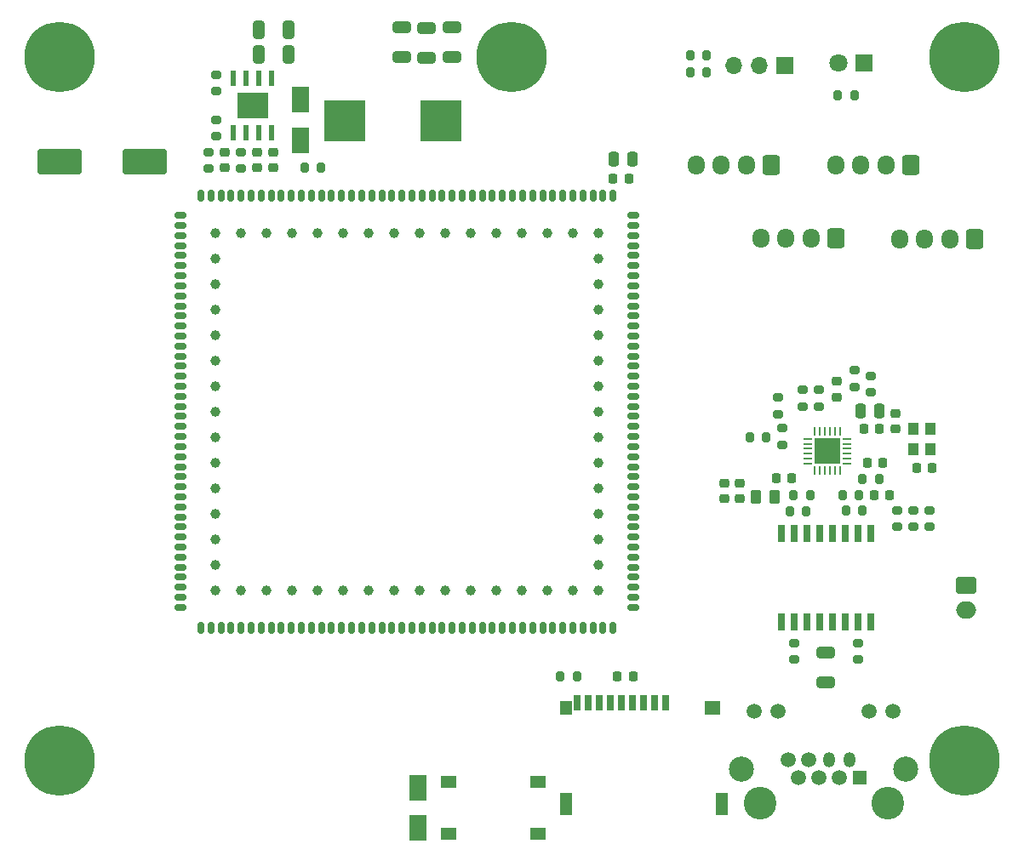
<source format=gts>
%TF.GenerationSoftware,KiCad,Pcbnew,6.0.11-2627ca5db0~126~ubuntu20.04.1*%
%TF.CreationDate,2023-03-16T14:20:54+06:00*%
%TF.ProjectId,Router_MCU,526f7574-6572-45f4-9d43-552e6b696361,rev?*%
%TF.SameCoordinates,PX6ef5c30PY494a350*%
%TF.FileFunction,Soldermask,Top*%
%TF.FilePolarity,Negative*%
%FSLAX46Y46*%
G04 Gerber Fmt 4.6, Leading zero omitted, Abs format (unit mm)*
G04 Created by KiCad (PCBNEW 6.0.11-2627ca5db0~126~ubuntu20.04.1) date 2023-03-16 14:20:54*
%MOMM*%
%LPD*%
G01*
G04 APERTURE LIST*
G04 Aperture macros list*
%AMRoundRect*
0 Rectangle with rounded corners*
0 $1 Rounding radius*
0 $2 $3 $4 $5 $6 $7 $8 $9 X,Y pos of 4 corners*
0 Add a 4 corners polygon primitive as box body*
4,1,4,$2,$3,$4,$5,$6,$7,$8,$9,$2,$3,0*
0 Add four circle primitives for the rounded corners*
1,1,$1+$1,$2,$3*
1,1,$1+$1,$4,$5*
1,1,$1+$1,$6,$7*
1,1,$1+$1,$8,$9*
0 Add four rect primitives between the rounded corners*
20,1,$1+$1,$2,$3,$4,$5,0*
20,1,$1+$1,$4,$5,$6,$7,0*
20,1,$1+$1,$6,$7,$8,$9,0*
20,1,$1+$1,$8,$9,$2,$3,0*%
G04 Aperture macros list end*
%ADD10RoundRect,0.200000X-0.275000X0.200000X-0.275000X-0.200000X0.275000X-0.200000X0.275000X0.200000X0*%
%ADD11RoundRect,0.225000X0.250000X-0.225000X0.250000X0.225000X-0.250000X0.225000X-0.250000X-0.225000X0*%
%ADD12RoundRect,0.200000X0.200000X0.275000X-0.200000X0.275000X-0.200000X-0.275000X0.200000X-0.275000X0*%
%ADD13RoundRect,0.200000X0.275000X-0.200000X0.275000X0.200000X-0.275000X0.200000X-0.275000X-0.200000X0*%
%ADD14RoundRect,0.200000X-0.200000X-0.275000X0.200000X-0.275000X0.200000X0.275000X-0.200000X0.275000X0*%
%ADD15RoundRect,0.250000X0.600000X0.725000X-0.600000X0.725000X-0.600000X-0.725000X0.600000X-0.725000X0*%
%ADD16O,1.700000X1.950000*%
%ADD17RoundRect,0.250000X0.650000X-0.325000X0.650000X0.325000X-0.650000X0.325000X-0.650000X-0.325000X0*%
%ADD18C,7.000000*%
%ADD19R,4.100000X4.100000*%
%ADD20RoundRect,0.225000X-0.225000X-0.250000X0.225000X-0.250000X0.225000X0.250000X-0.225000X0.250000X0*%
%ADD21RoundRect,0.250000X-0.250000X-0.475000X0.250000X-0.475000X0.250000X0.475000X-0.250000X0.475000X0*%
%ADD22RoundRect,0.250000X-0.325000X-0.650000X0.325000X-0.650000X0.325000X0.650000X-0.325000X0.650000X0*%
%ADD23R,0.600000X1.550000*%
%ADD24R,3.100000X2.600000*%
%ADD25RoundRect,0.062500X0.350000X0.062500X-0.350000X0.062500X-0.350000X-0.062500X0.350000X-0.062500X0*%
%ADD26RoundRect,0.062500X0.062500X0.350000X-0.062500X0.350000X-0.062500X-0.350000X0.062500X-0.350000X0*%
%ADD27R,2.600000X2.600000*%
%ADD28R,1.800000X2.500000*%
%ADD29RoundRect,0.250000X-0.750000X0.600000X-0.750000X-0.600000X0.750000X-0.600000X0.750000X0.600000X0*%
%ADD30O,2.000000X1.700000*%
%ADD31R,1.800000X1.800000*%
%ADD32C,1.800000*%
%ADD33RoundRect,0.225000X0.225000X0.250000X-0.225000X0.250000X-0.225000X-0.250000X0.225000X-0.250000X0*%
%ADD34R,1.100000X1.300000*%
%ADD35RoundRect,0.250000X-0.262500X-0.450000X0.262500X-0.450000X0.262500X0.450000X-0.262500X0.450000X0*%
%ADD36RoundRect,0.250000X1.950000X1.000000X-1.950000X1.000000X-1.950000X-1.000000X1.950000X-1.000000X0*%
%ADD37R,1.500000X1.300000*%
%ADD38R,1.700000X1.700000*%
%ADD39O,1.700000X1.700000*%
%ADD40C,3.250000*%
%ADD41R,1.400000X1.400000*%
%ADD42O,1.200000X1.500000*%
%ADD43C,1.500000*%
%ADD44C,2.500000*%
%ADD45R,0.760000X1.700000*%
%ADD46RoundRect,0.225000X-0.250000X0.225000X-0.250000X-0.225000X0.250000X-0.225000X0.250000X0.225000X0*%
%ADD47C,0.001000*%
%ADD48R,0.700000X1.600000*%
%ADD49R,1.200000X1.400000*%
%ADD50R,1.200000X2.200000*%
%ADD51R,1.600000X1.400000*%
%ADD52RoundRect,0.150000X-0.150000X0.450000X-0.150000X-0.450000X0.150000X-0.450000X0.150000X0.450000X0*%
%ADD53RoundRect,0.150000X-0.450000X-0.150000X0.450000X-0.150000X0.450000X0.150000X-0.450000X0.150000X0*%
%ADD54RoundRect,0.150000X0.450000X0.150000X-0.450000X0.150000X-0.450000X-0.150000X0.450000X-0.150000X0*%
%ADD55C,1.000000*%
G04 APERTURE END LIST*
D10*
%TO.C,R26*%
X83350000Y-45075000D03*
X83350000Y-46725000D03*
%TD*%
D11*
%TO.C,C20*%
X66100000Y-43937500D03*
X66100000Y-42387500D03*
%TD*%
D12*
%TO.C,R2*%
X79075000Y-3800000D03*
X77425000Y-3800000D03*
%TD*%
D11*
%TO.C,C15*%
X21250000Y-11025000D03*
X21250000Y-9475000D03*
%TD*%
D13*
%TO.C,R11*%
X71500000Y-35525000D03*
X71500000Y-33875000D03*
%TD*%
D10*
%TO.C,R15*%
X18050000Y-9425000D03*
X18050000Y-11075000D03*
%TD*%
D14*
%TO.C,R17*%
X79875000Y-41962500D03*
X81525000Y-41962500D03*
%TD*%
D15*
%TO.C,X1*%
X91050000Y-18075000D03*
D16*
X88550000Y-18075000D03*
X86050000Y-18075000D03*
X83550000Y-18075000D03*
%TD*%
D17*
%TO.C,C19*%
X36500000Y-25000D03*
X36500000Y2925000D03*
%TD*%
D15*
%TO.C,X4*%
X70800000Y-10750000D03*
D16*
X68300000Y-10750000D03*
X65800000Y-10750000D03*
X63300000Y-10750000D03*
%TD*%
D18*
%TO.C,H1*%
X0Y0D03*
%TD*%
D19*
%TO.C,L1*%
X28400000Y-6350000D03*
X37900000Y-6350000D03*
%TD*%
D20*
%TO.C,C6*%
X81025000Y-43562500D03*
X82575000Y-43562500D03*
%TD*%
D14*
%TO.C,R16*%
X73025000Y-43562500D03*
X74675000Y-43562500D03*
%TD*%
D21*
%TO.C,C1*%
X55100000Y-10150000D03*
X57000000Y-10150000D03*
%TD*%
D22*
%TO.C,C7*%
X19825000Y2750000D03*
X22775000Y2750000D03*
%TD*%
D17*
%TO.C,C10*%
X76200000Y-62225000D03*
X76200000Y-59275000D03*
%TD*%
D23*
%TO.C,U2*%
X21105000Y-2100000D03*
X19835000Y-2100000D03*
X18565000Y-2100000D03*
X17295000Y-2100000D03*
X17295000Y-7500000D03*
X18565000Y-7500000D03*
X19835000Y-7500000D03*
X21105000Y-7500000D03*
D24*
X19200000Y-4800000D03*
%TD*%
D25*
%TO.C,U3*%
X78287500Y-40462500D03*
X78287500Y-39962500D03*
X78287500Y-39462500D03*
X78287500Y-38962500D03*
X78287500Y-38462500D03*
X78287500Y-37962500D03*
D26*
X77600000Y-37275000D03*
X77100000Y-37275000D03*
X76600000Y-37275000D03*
X76100000Y-37275000D03*
X75600000Y-37275000D03*
X75100000Y-37275000D03*
D25*
X74412500Y-37962500D03*
X74412500Y-38462500D03*
X74412500Y-38962500D03*
X74412500Y-39462500D03*
X74412500Y-39962500D03*
X74412500Y-40462500D03*
D26*
X75100000Y-41150000D03*
X75600000Y-41150000D03*
X76100000Y-41150000D03*
X76600000Y-41150000D03*
X77100000Y-41150000D03*
X77600000Y-41150000D03*
D27*
X76350000Y-39212500D03*
%TD*%
D28*
%TO.C,D4*%
X24000000Y-8250000D03*
X24000000Y-4250000D03*
%TD*%
D14*
%TO.C,R9*%
X68625000Y-37800000D03*
X70275000Y-37800000D03*
%TD*%
D10*
%TO.C,R6*%
X80700000Y-31725000D03*
X80700000Y-33375000D03*
%TD*%
D29*
%TO.C,X5*%
X90175000Y-52550000D03*
D30*
X90175000Y-55050000D03*
%TD*%
D17*
%TO.C,C18*%
X39050000Y25000D03*
X39050000Y2975000D03*
%TD*%
D12*
%TO.C,R25*%
X51475000Y-61600000D03*
X49825000Y-61600000D03*
%TD*%
D20*
%TO.C,C2*%
X55075000Y-12050000D03*
X56625000Y-12050000D03*
%TD*%
D18*
%TO.C,H2*%
X90000000Y0D03*
%TD*%
D13*
%TO.C,R24*%
X86500000Y-46725000D03*
X86500000Y-45075000D03*
%TD*%
D31*
%TO.C,D3*%
X79975000Y-550000D03*
D32*
X77435000Y-550000D03*
%TD*%
D11*
%TO.C,C9*%
X77300000Y-33825000D03*
X77300000Y-32275000D03*
%TD*%
%TO.C,C12*%
X19650000Y-11025000D03*
X19650000Y-9475000D03*
%TD*%
D10*
%TO.C,R7*%
X75550000Y-33125000D03*
X75550000Y-34775000D03*
%TD*%
D15*
%TO.C,X3*%
X77250000Y-18050000D03*
D16*
X74750000Y-18050000D03*
X72250000Y-18050000D03*
X69750000Y-18050000D03*
%TD*%
D33*
%TO.C,C8*%
X57025000Y-61600000D03*
X55475000Y-61600000D03*
%TD*%
D34*
%TO.C,Y1*%
X84925000Y-36950000D03*
X84925000Y-39050000D03*
X86575000Y-39050000D03*
X86575000Y-36950000D03*
%TD*%
D10*
%TO.C,R10*%
X71850000Y-36925000D03*
X71850000Y-38575000D03*
%TD*%
D18*
%TO.C,H3*%
X0Y-70000000D03*
%TD*%
D17*
%TO.C,C21*%
X34000000Y0D03*
X34000000Y2950000D03*
%TD*%
D12*
%TO.C,R22*%
X79525000Y-43562500D03*
X77875000Y-43562500D03*
%TD*%
D13*
%TO.C,R19*%
X14850000Y-11075000D03*
X14850000Y-9425000D03*
%TD*%
D12*
%TO.C,R4*%
X64375000Y-1500000D03*
X62725000Y-1500000D03*
%TD*%
D10*
%TO.C,R5*%
X79050000Y-31175000D03*
X79050000Y-32825000D03*
%TD*%
D21*
%TO.C,C11*%
X79650000Y-35162500D03*
X81550000Y-35162500D03*
%TD*%
D20*
%TO.C,C17*%
X80325000Y-40400000D03*
X81875000Y-40400000D03*
%TD*%
%TO.C,C13*%
X80025000Y-37012500D03*
X81575000Y-37012500D03*
%TD*%
D35*
%TO.C,FB1*%
X69287500Y-43712500D03*
X71112500Y-43712500D03*
%TD*%
D14*
%TO.C,R1*%
X24375000Y-11000000D03*
X26025000Y-11000000D03*
%TD*%
D36*
%TO.C,C23*%
X8432500Y-10400000D03*
X32500Y-10400000D03*
%TD*%
D12*
%TO.C,R18*%
X74275000Y-45162500D03*
X72625000Y-45162500D03*
%TD*%
D15*
%TO.C,X2*%
X84700000Y-10775000D03*
D16*
X82200000Y-10775000D03*
X79700000Y-10775000D03*
X77200000Y-10775000D03*
%TD*%
D13*
%TO.C,R20*%
X15550000Y-7875000D03*
X15550000Y-6225000D03*
%TD*%
D37*
%TO.C,D1*%
X38700000Y-72150000D03*
X38700000Y-77250000D03*
X47600000Y-77250000D03*
X47600000Y-72150000D03*
%TD*%
D38*
%TO.C,J1*%
X72150000Y-800000D03*
D39*
X69610000Y-800000D03*
X67070000Y-800000D03*
%TD*%
D13*
%TO.C,R23*%
X84950000Y-46725000D03*
X84950000Y-45075000D03*
%TD*%
D10*
%TO.C,R13*%
X79450000Y-58275000D03*
X79450000Y-59925000D03*
%TD*%
D40*
%TO.C,X7*%
X69640000Y-74240000D03*
X82340000Y-74240000D03*
D41*
X79550000Y-71700000D03*
D42*
X78534000Y-69920000D03*
D43*
X77518000Y-71700000D03*
D42*
X76502000Y-69920000D03*
D43*
X75486000Y-71700000D03*
X74470000Y-69920000D03*
X73454000Y-71700000D03*
X72438000Y-69920000D03*
X82850000Y-65100000D03*
X80560000Y-65100000D03*
X71420000Y-65100000D03*
X69130000Y-65100000D03*
D44*
X84120000Y-70810000D03*
X67860000Y-70810000D03*
%TD*%
D18*
%TO.C,H4*%
X90000000Y-70000000D03*
%TD*%
D22*
%TO.C,C5*%
X19825000Y300000D03*
X22775000Y300000D03*
%TD*%
D11*
%TO.C,C14*%
X16450000Y-11025000D03*
X16450000Y-9475000D03*
%TD*%
D10*
%TO.C,R12*%
X15600000Y-1725000D03*
X15600000Y-3375000D03*
%TD*%
D12*
%TO.C,R3*%
X64375000Y150000D03*
X62725000Y150000D03*
%TD*%
D20*
%TO.C,C4*%
X85225000Y-40900000D03*
X86775000Y-40900000D03*
%TD*%
D10*
%TO.C,R14*%
X73050000Y-58275000D03*
X73050000Y-59925000D03*
%TD*%
D11*
%TO.C,C22*%
X67650000Y-43937500D03*
X67650000Y-42387500D03*
%TD*%
D45*
%TO.C,T1*%
X80695000Y-47400000D03*
X79425000Y-47400000D03*
X78155000Y-47400000D03*
X76885000Y-47400000D03*
X75615000Y-47400000D03*
X74345000Y-47400000D03*
X73075000Y-47400000D03*
X71805000Y-47400000D03*
X71805000Y-56200000D03*
X73075000Y-56200000D03*
X74345000Y-56200000D03*
X75615000Y-56200000D03*
X76885000Y-56200000D03*
X78155000Y-56200000D03*
X79425000Y-56200000D03*
X80695000Y-56200000D03*
%TD*%
D46*
%TO.C,C3*%
X83150000Y-35437500D03*
X83150000Y-36987500D03*
%TD*%
D47*
%TO.C,X6*%
X53170000Y-74750000D03*
X61150000Y-74750000D03*
D48*
X60300000Y-64250000D03*
X59200000Y-64250000D03*
X58100000Y-64250000D03*
X57000000Y-64250000D03*
X55900000Y-64250000D03*
X54800000Y-64250000D03*
X53700000Y-64250000D03*
X52600000Y-64250000D03*
X51500000Y-64250000D03*
D49*
X50350000Y-64750000D03*
D50*
X50350000Y-74350000D03*
X65850000Y-74350000D03*
D51*
X64950000Y-64750000D03*
%TD*%
D10*
%TO.C,R8*%
X73950000Y-33125000D03*
X73950000Y-34775000D03*
%TD*%
D52*
%TO.C,U1*%
X55050000Y-13750000D03*
X54050000Y-13750000D03*
X53050000Y-13750000D03*
X52050000Y-13750000D03*
X51050000Y-13750000D03*
X50050000Y-13750000D03*
X49050000Y-13750000D03*
X48050000Y-13750000D03*
X47050000Y-13750000D03*
X46050000Y-13750000D03*
X45050000Y-13750000D03*
X44050000Y-13750000D03*
X43050000Y-13750000D03*
X42050000Y-13750000D03*
X41050000Y-13750000D03*
X40050000Y-13750000D03*
X39050000Y-13750000D03*
X38050000Y-13750000D03*
X37050000Y-13750000D03*
X36050000Y-13750000D03*
X35050000Y-13750000D03*
X34050000Y-13750000D03*
X33050000Y-13750000D03*
X32050000Y-13750000D03*
X31050000Y-13750000D03*
X30050000Y-13750000D03*
X29050000Y-13750000D03*
X28050000Y-13750000D03*
X27050000Y-13750000D03*
X26050000Y-13750000D03*
X25050000Y-13750000D03*
X24050000Y-13750000D03*
X23050000Y-13750000D03*
X22050000Y-13750000D03*
X21050000Y-13750000D03*
X20050000Y-13750000D03*
X19050000Y-13750000D03*
X18050000Y-13750000D03*
X17050000Y-13750000D03*
X16050000Y-13750000D03*
X15050000Y-13750000D03*
X14050000Y-13750000D03*
D53*
X12050000Y-15750000D03*
X12050000Y-16750000D03*
X12050000Y-17750000D03*
X12050000Y-18750000D03*
X12050000Y-19750000D03*
X12050000Y-20750000D03*
X12050000Y-21750000D03*
X12050000Y-22750000D03*
X12050000Y-23750000D03*
X12050000Y-24750000D03*
X12050000Y-25750000D03*
X12050000Y-26750000D03*
X12050000Y-27750000D03*
X12050000Y-28750000D03*
X12050000Y-29750000D03*
X12050000Y-30750000D03*
X12050000Y-31750000D03*
X12050000Y-32750000D03*
X12050000Y-33750000D03*
X12050000Y-34750000D03*
X12050000Y-35750000D03*
X12050000Y-36750000D03*
X12050000Y-37750000D03*
X12050000Y-38750000D03*
X12050000Y-39750000D03*
X12050000Y-40750000D03*
X12050000Y-41750000D03*
X12050000Y-42750000D03*
X12050000Y-43750000D03*
X12050000Y-44750000D03*
X12050000Y-45750000D03*
X12050000Y-46750000D03*
X12050000Y-47750000D03*
X12050000Y-48750000D03*
X12050000Y-49750000D03*
X12050000Y-50750000D03*
X12050000Y-51750000D03*
X12050000Y-52750000D03*
X12050000Y-53750000D03*
X12050000Y-54750000D03*
D52*
X14050000Y-56750000D03*
X15050000Y-56750000D03*
X16050000Y-56750000D03*
X17050000Y-56750000D03*
X18050000Y-56750000D03*
X19050000Y-56750000D03*
X20050000Y-56750000D03*
X21050000Y-56750000D03*
X22050000Y-56750000D03*
X23050000Y-56750000D03*
X24050000Y-56750000D03*
X25050000Y-56750000D03*
X26050000Y-56750000D03*
X27050000Y-56750000D03*
X28050000Y-56750000D03*
X29050000Y-56750000D03*
X30050000Y-56750000D03*
X31050000Y-56750000D03*
X32050000Y-56750000D03*
X33050000Y-56750000D03*
X34050000Y-56750000D03*
X35050000Y-56750000D03*
X36050000Y-56750000D03*
X37050000Y-56750000D03*
X38050000Y-56750000D03*
X39050000Y-56750000D03*
X40050000Y-56750000D03*
X41050000Y-56750000D03*
X42050000Y-56750000D03*
X43050000Y-56750000D03*
X44050000Y-56750000D03*
X45050000Y-56750000D03*
X46050000Y-56750000D03*
X47050000Y-56750000D03*
X48050000Y-56750000D03*
X49050000Y-56750000D03*
X50050000Y-56750000D03*
X51050000Y-56750000D03*
X52050000Y-56750000D03*
X53050000Y-56750000D03*
X54050000Y-56750000D03*
X55050000Y-56750000D03*
D54*
X57100000Y-54750000D03*
X57100000Y-53750000D03*
X57100000Y-52750000D03*
X57100000Y-51750000D03*
X57100000Y-50750000D03*
X57100000Y-49750000D03*
X57100000Y-48750000D03*
X57100000Y-47750000D03*
X57100000Y-46750000D03*
X57100000Y-45750000D03*
X57100000Y-44750000D03*
X57100000Y-43750000D03*
X57100000Y-42750000D03*
X57100000Y-41750000D03*
X57100000Y-40750000D03*
X57100000Y-39750000D03*
X57100000Y-38750000D03*
X57100000Y-37750000D03*
X57100000Y-36750000D03*
X57100000Y-35750000D03*
X57100000Y-34750000D03*
X57100000Y-33750000D03*
X57100000Y-32750000D03*
X57100000Y-31750000D03*
X57100000Y-30750000D03*
X57100000Y-29750000D03*
X57100000Y-28750000D03*
X57100000Y-27750000D03*
X57100000Y-26750000D03*
X57100000Y-25750000D03*
X57100000Y-24750000D03*
X57100000Y-23750000D03*
X57100000Y-22750000D03*
X57100000Y-21750000D03*
X57100000Y-20750000D03*
X57100000Y-19750000D03*
X57100000Y-18750000D03*
X57100000Y-17750000D03*
X57100000Y-16750000D03*
X57100000Y-15750000D03*
D55*
X53614168Y-17470142D03*
X51074168Y-17470142D03*
X48534168Y-17470142D03*
X45994168Y-17470142D03*
X43454168Y-17470142D03*
X40914168Y-17470142D03*
X38374168Y-17470142D03*
X35834168Y-17470142D03*
X33294168Y-17470142D03*
X30754168Y-17470142D03*
X28214168Y-17470142D03*
X25674168Y-17470142D03*
X23134168Y-17470142D03*
X20594168Y-17470142D03*
X18054168Y-17470142D03*
X15514168Y-17470142D03*
X15514168Y-20010142D03*
X15514168Y-22550142D03*
X15514168Y-25090142D03*
X15514168Y-27630142D03*
X15514168Y-30170142D03*
X15514168Y-32710142D03*
X15514168Y-35250142D03*
X15514168Y-37790142D03*
X15514168Y-40330142D03*
X15514168Y-42870142D03*
X15514168Y-45410142D03*
X15514168Y-47950142D03*
X15514168Y-50490142D03*
X15514168Y-53030142D03*
X18054168Y-53030142D03*
X20594168Y-53030142D03*
X23134168Y-53030142D03*
X25674168Y-53030142D03*
X28214168Y-53030142D03*
X30754168Y-53030142D03*
X33294168Y-53030142D03*
X35834168Y-53030142D03*
X38374168Y-53030142D03*
X40914168Y-53030142D03*
X43454168Y-53030142D03*
X45994168Y-53030142D03*
X48534168Y-53030142D03*
X51074168Y-53030142D03*
X53614168Y-53030142D03*
X53614168Y-50490142D03*
X53614168Y-47950142D03*
X53614168Y-45410142D03*
X53614168Y-42870142D03*
X53614168Y-40330142D03*
X53614168Y-37790142D03*
X53614168Y-35250142D03*
X53614168Y-32710142D03*
X53614168Y-30170142D03*
X53614168Y-27630142D03*
X53614168Y-25090142D03*
X53614168Y-22550142D03*
X53614168Y-20010142D03*
%TD*%
D18*
%TO.C,H5*%
X45000000Y0D03*
%TD*%
D33*
%TO.C,C16*%
X72825000Y-41900000D03*
X71275000Y-41900000D03*
%TD*%
D14*
%TO.C,R21*%
X78225000Y-45142500D03*
X79875000Y-45142500D03*
%TD*%
D28*
%TO.C,D2*%
X35650000Y-72700000D03*
X35650000Y-76700000D03*
%TD*%
M02*

</source>
